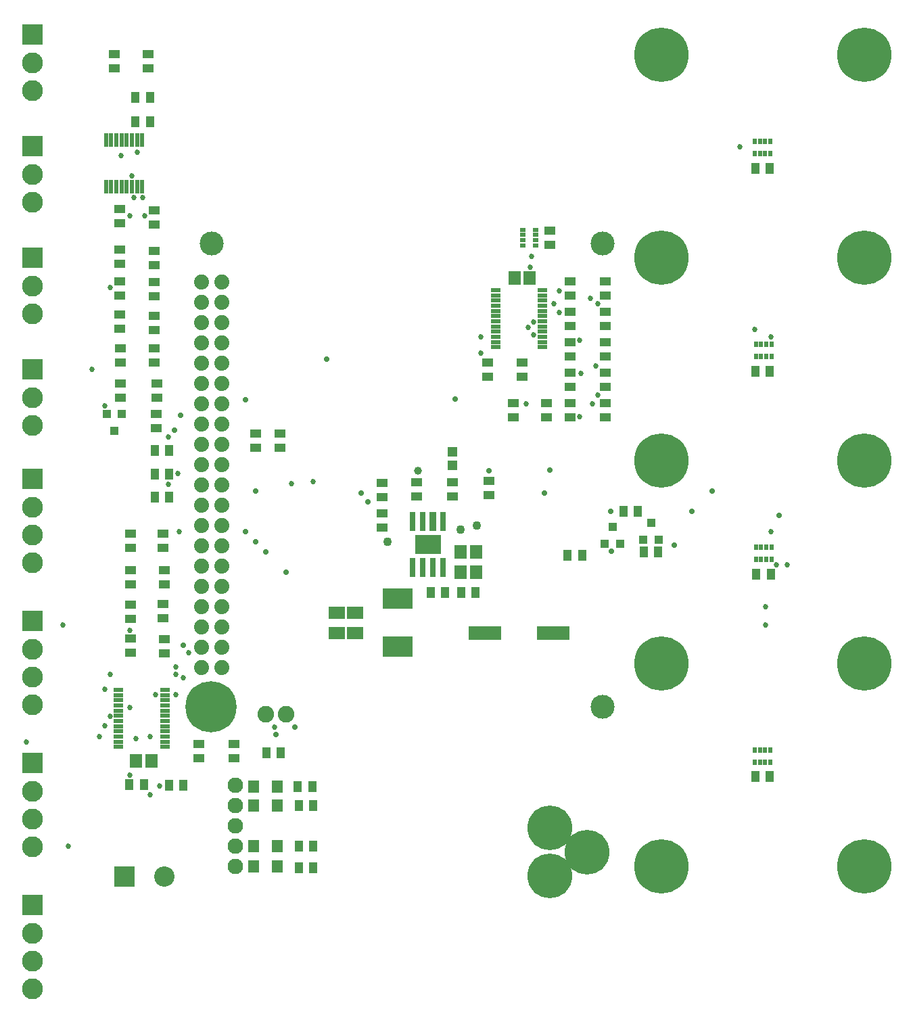
<source format=gts>
G04 EAGLE Gerber RS-274X export*
G75*
%MOMM*%
%FSLAX34Y34*%
%LPD*%
%INSoldermask Top*%
%IPPOS*%
%AMOC8*
5,1,8,0,0,1.08239X$1,22.5*%
G01*
%ADD10C,1.940563*%
%ADD11R,1.403200X1.003200*%
%ADD12R,1.403200X1.603200*%
%ADD13R,1.003200X1.403200*%
%ADD14C,5.598162*%
%ADD15R,1.193800X0.508000*%
%ADD16R,1.503200X1.703200*%
%ADD17R,2.616200X2.616200*%
%ADD18C,2.616200*%
%ADD19C,6.807200*%
%ADD20R,0.603200X1.803200*%
%ADD21R,1.003200X1.103200*%
%ADD22R,0.553200X0.703200*%
%ADD23R,0.703200X0.553200*%
%ADD24R,4.103200X1.803200*%
%ADD25C,1.879600*%
%ADD26C,3.003200*%
%ADD27C,6.400800*%
%ADD28C,2.082800*%
%ADD29R,2.543200X2.543200*%
%ADD30C,2.543200*%
%ADD31R,0.736600X2.402841*%
%ADD32R,0.812800X2.413000*%
%ADD33R,0.701041X2.402841*%
%ADD34R,3.200400X2.387600*%
%ADD35R,1.203200X1.303200*%
%ADD36R,3.703200X2.553200*%
%ADD37R,2.003200X1.603200*%
%ADD38C,0.685800*%
%ADD39C,0.705600*%
%ADD40C,1.005600*%
%ADD41C,1.105600*%


D10*
X-12700Y-457200D03*
X-12700Y-406400D03*
D11*
X43180Y16400D03*
X43180Y34400D03*
X12700Y16400D03*
X12700Y34400D03*
D10*
X-12700Y-482600D03*
D12*
X10400Y-407670D03*
X40400Y-407670D03*
D13*
X83930Y-407670D03*
X65930Y-407670D03*
X421750Y-118110D03*
X403750Y-118110D03*
D14*
X381000Y-459900D03*
X381000Y-519900D03*
X428000Y-489900D03*
D13*
X638700Y-394970D03*
X656700Y-394970D03*
X639970Y-142240D03*
X657970Y-142240D03*
X638700Y111760D03*
X656700Y111760D03*
X638700Y365760D03*
X656700Y365760D03*
D11*
X381000Y288400D03*
X381000Y270400D03*
D15*
X372078Y142050D03*
X372078Y148550D03*
X372078Y155050D03*
X372078Y161550D03*
X372078Y168050D03*
X372078Y174550D03*
X372078Y181050D03*
X372078Y187550D03*
X372078Y194050D03*
X372078Y200550D03*
X313722Y200550D03*
X313722Y194050D03*
X313722Y187550D03*
X313722Y181050D03*
X313722Y174550D03*
X313722Y168050D03*
X313722Y161550D03*
X313722Y155050D03*
X313722Y148550D03*
X313722Y142050D03*
X372078Y207050D03*
X313722Y207050D03*
X372078Y213550D03*
X313722Y213550D03*
D16*
X337210Y228600D03*
X356210Y228600D03*
D11*
X450850Y72500D03*
X450850Y54500D03*
X406400Y72500D03*
X406400Y54500D03*
X450850Y110600D03*
X450850Y92600D03*
X406400Y110600D03*
X406400Y92600D03*
X450850Y148700D03*
X450850Y130700D03*
X406400Y148700D03*
X406400Y130700D03*
X450850Y186800D03*
X450850Y168800D03*
X406400Y186800D03*
X406400Y168800D03*
X450850Y224900D03*
X450850Y206900D03*
X406400Y224900D03*
X406400Y206900D03*
X346710Y123300D03*
X346710Y105300D03*
X335280Y72500D03*
X335280Y54500D03*
X303530Y123300D03*
X303530Y105300D03*
X377190Y54500D03*
X377190Y72500D03*
D10*
X-12700Y-431800D03*
D17*
X-266700Y114300D03*
D18*
X-266700Y79300D03*
X-266700Y44300D03*
D17*
X-266700Y254000D03*
D18*
X-266700Y219000D03*
X-266700Y184000D03*
D17*
X-266700Y393700D03*
D18*
X-266700Y358700D03*
X-266700Y323700D03*
D17*
X-266700Y533400D03*
D18*
X-266700Y498400D03*
X-266700Y463400D03*
D19*
X520700Y-254000D03*
X774700Y-254000D03*
X520700Y254000D03*
X774700Y254000D03*
X520700Y0D03*
X774700Y0D03*
D17*
X-266470Y-200920D03*
D18*
X-266470Y-235920D03*
X-266470Y-270920D03*
X-266470Y-305920D03*
D15*
X-158718Y-286830D03*
X-158718Y-293330D03*
X-158718Y-299830D03*
X-158718Y-306330D03*
X-158718Y-312830D03*
X-158718Y-319330D03*
X-158718Y-325830D03*
X-158718Y-332330D03*
X-158718Y-338830D03*
X-158718Y-345330D03*
X-100362Y-345330D03*
X-100362Y-338830D03*
X-100362Y-332330D03*
X-100362Y-325830D03*
X-100362Y-319330D03*
X-100362Y-312830D03*
X-100362Y-306330D03*
X-100362Y-299830D03*
X-100362Y-293330D03*
X-100362Y-286830D03*
X-158718Y-351830D03*
X-100362Y-351830D03*
X-158718Y-358330D03*
X-100362Y-358330D03*
D16*
X-117500Y-375920D03*
X-136500Y-375920D03*
D11*
X-143510Y-155050D03*
X-143510Y-137050D03*
X-101600Y-155050D03*
X-101600Y-137050D03*
X-143510Y-240140D03*
X-143510Y-222140D03*
X-101600Y-241410D03*
X-101600Y-223410D03*
X-143510Y-198230D03*
X-143510Y-180230D03*
X-102870Y-196960D03*
X-102870Y-178960D03*
X-102870Y-109330D03*
X-102870Y-91330D03*
X-143510Y-109330D03*
X-143510Y-91330D03*
D13*
X-95360Y-406400D03*
X-77360Y-406400D03*
D11*
X-13970Y-372220D03*
X-13970Y-354220D03*
X-58420Y-372220D03*
X-58420Y-354220D03*
D13*
X-126890Y-405130D03*
X-144890Y-405130D03*
D17*
X-266470Y-556520D03*
D18*
X-266470Y-591520D03*
X-266470Y-626520D03*
X-266470Y-661520D03*
D17*
X-266470Y-378720D03*
D18*
X-266470Y-413720D03*
X-266470Y-448720D03*
X-266470Y-483720D03*
D17*
X-266470Y-23120D03*
D18*
X-266470Y-58120D03*
X-266470Y-93120D03*
X-266470Y-128120D03*
D20*
X-128880Y401880D03*
X-135380Y401880D03*
X-141880Y401880D03*
X-148380Y401880D03*
X-154880Y401880D03*
X-161380Y401880D03*
X-167880Y401880D03*
X-174380Y401880D03*
X-174380Y342880D03*
X-167880Y342880D03*
X-161380Y342880D03*
X-154880Y342880D03*
X-148380Y342880D03*
X-141880Y342880D03*
X-135380Y342880D03*
X-128880Y342880D03*
D21*
X-154330Y58260D03*
X-173330Y58260D03*
X-163830Y37260D03*
D11*
X-114300Y313800D03*
X-114300Y295800D03*
D13*
X-137270Y454660D03*
X-119270Y454660D03*
D11*
X-157480Y182990D03*
X-157480Y164990D03*
X-114300Y181720D03*
X-114300Y163720D03*
X-157480Y246270D03*
X-157480Y264270D03*
X-114300Y245000D03*
X-114300Y263000D03*
D13*
X-137270Y424180D03*
X-119270Y424180D03*
D11*
X-157480Y315070D03*
X-157480Y297070D03*
X-157480Y206900D03*
X-157480Y224900D03*
X-114300Y205630D03*
X-114300Y223630D03*
X-163830Y509380D03*
X-163830Y491380D03*
X-121920Y491380D03*
X-121920Y509380D03*
D13*
X-113140Y12700D03*
X-95140Y12700D03*
X-113140Y-16510D03*
X-95140Y-16510D03*
X-113140Y-45720D03*
X-95140Y-45720D03*
D22*
X637950Y-361860D03*
X644450Y-361860D03*
X650950Y-361860D03*
X657450Y-361860D03*
X657450Y-377360D03*
X650950Y-377360D03*
X644450Y-377360D03*
X637950Y-377360D03*
X639220Y-107860D03*
X645720Y-107860D03*
X652220Y-107860D03*
X658720Y-107860D03*
X658720Y-123360D03*
X652220Y-123360D03*
X645720Y-123360D03*
X639220Y-123360D03*
D23*
X347890Y269650D03*
X347890Y276150D03*
X347890Y282650D03*
X347890Y289150D03*
X363390Y289150D03*
X363390Y282650D03*
X363390Y276150D03*
X363390Y269650D03*
D22*
X639220Y146140D03*
X645720Y146140D03*
X652220Y146140D03*
X658720Y146140D03*
X658720Y130640D03*
X652220Y130640D03*
X645720Y130640D03*
X639220Y130640D03*
X637950Y400140D03*
X644450Y400140D03*
X650950Y400140D03*
X657450Y400140D03*
X657450Y384640D03*
X650950Y384640D03*
X644450Y384640D03*
X637950Y384640D03*
D19*
X774700Y-508000D03*
X520700Y508000D03*
D11*
X-111760Y58530D03*
X-111760Y40530D03*
D19*
X520700Y-508000D03*
X774700Y508000D03*
D10*
X-12700Y-508000D03*
D24*
X385400Y-215900D03*
X300400Y-215900D03*
D11*
X-114300Y123080D03*
X-114300Y141080D03*
X-110490Y78630D03*
X-110490Y96630D03*
X-156210Y123080D03*
X-156210Y141080D03*
X-156210Y78630D03*
X-156210Y96630D03*
D25*
X-29700Y-259200D03*
X-55100Y-259200D03*
X-29700Y-233800D03*
X-55100Y-233800D03*
X-29700Y-208400D03*
X-55100Y-208400D03*
X-29700Y-183000D03*
X-55100Y-183000D03*
X-29700Y-157600D03*
X-55100Y-157600D03*
X-29700Y-132200D03*
X-55100Y-132200D03*
X-29700Y-106800D03*
X-55100Y-106800D03*
X-29700Y-81400D03*
X-55100Y-81400D03*
X-29700Y-56000D03*
X-55100Y-56000D03*
X-29700Y-30600D03*
X-55100Y-30600D03*
X-29700Y-5200D03*
X-55100Y-5200D03*
X-29700Y20200D03*
X-55100Y20200D03*
X-29700Y45600D03*
X-55100Y45600D03*
X-29700Y71000D03*
X-55100Y71000D03*
X-29700Y96400D03*
X-55100Y96400D03*
X-29700Y121800D03*
X-55100Y121800D03*
X-29700Y147200D03*
X-55100Y147200D03*
X-29700Y172600D03*
X-55100Y172600D03*
X-29700Y198000D03*
X-55100Y198000D03*
X-29700Y223400D03*
X-55100Y223400D03*
D26*
X447600Y-307900D03*
X-42400Y272100D03*
X447600Y272100D03*
D27*
X-42418Y-308102D03*
D12*
X10400Y-508000D03*
X40400Y-508000D03*
D13*
X85200Y-509270D03*
X67200Y-509270D03*
D12*
X10400Y-431800D03*
X40400Y-431800D03*
D13*
X85200Y-431800D03*
X67200Y-431800D03*
D12*
X10400Y-482600D03*
X40400Y-482600D03*
D13*
X85200Y-482600D03*
X67200Y-482600D03*
X26560Y-365760D03*
X44560Y-365760D03*
D28*
X25400Y-317500D03*
X50800Y-317500D03*
D29*
X-151130Y-520700D03*
D30*
X-101130Y-520700D03*
D21*
X450240Y-103980D03*
X469240Y-103980D03*
X459740Y-82980D03*
X498500Y-98900D03*
X517500Y-98900D03*
X508000Y-77900D03*
D13*
X491600Y-63500D03*
X473600Y-63500D03*
X517000Y-114300D03*
X499000Y-114300D03*
D31*
X247650Y-76454D03*
D32*
X234950Y-76454D03*
D33*
X222250Y-76454D03*
X209550Y-76454D03*
X209550Y-133604D03*
X222250Y-133604D03*
X234950Y-133604D03*
X247650Y-133604D03*
D34*
X228600Y-104902D03*
D13*
X250300Y-165100D03*
X232300Y-165100D03*
D16*
X269900Y-114300D03*
X288900Y-114300D03*
X269900Y-139700D03*
X288900Y-139700D03*
D13*
X270400Y-165100D03*
X288400Y-165100D03*
D11*
X171450Y-45830D03*
X171450Y-27830D03*
X259080Y-44560D03*
X259080Y-26560D03*
X214630Y-44560D03*
X214630Y-26560D03*
X171450Y-83930D03*
X171450Y-65930D03*
D35*
X259080Y-5960D03*
X259080Y11040D03*
D11*
X304800Y-25290D03*
X304800Y-43290D03*
D36*
X190700Y-172950D03*
X190700Y-232950D03*
D37*
X137160Y-190500D03*
X137160Y-215900D03*
X114300Y-190500D03*
X114300Y-215900D03*
D38*
X-118872Y-345186D03*
X-118872Y-418338D03*
X-107442Y-406908D03*
X-125730Y306324D03*
X-144018Y306324D03*
X-82296Y-89154D03*
X-86868Y-258318D03*
X665226Y-130302D03*
X678942Y-130302D03*
X418338Y54864D03*
X434340Y70866D03*
X393192Y212598D03*
X354330Y166878D03*
X432054Y203454D03*
D39*
X537210Y-105730D03*
X558800Y-63500D03*
X584200Y-38100D03*
X668020Y-68580D03*
D38*
X358902Y256032D03*
X356616Y242316D03*
X619506Y393192D03*
X637794Y164592D03*
D40*
X215900Y-12700D03*
D41*
X177800Y-101600D03*
D39*
X217170Y-99060D03*
X217170Y-110490D03*
X228600Y-99060D03*
X240030Y-99060D03*
X240030Y-110490D03*
X228600Y-110490D03*
D41*
X269240Y-86360D03*
X289560Y-81280D03*
D38*
X-86868Y-292608D03*
X-77724Y-272034D03*
X-70866Y-240030D03*
X294894Y155448D03*
X58166Y-28448D03*
X-112014Y-292608D03*
X-86868Y-267462D03*
X294894Y134874D03*
X85344Y-25908D03*
D39*
X-77724Y-230886D03*
X12700Y-101600D03*
X25531Y-114431D03*
D38*
X-192024Y114300D03*
D39*
X381762Y-11430D03*
X304800Y-12700D03*
D38*
X-144018Y-308610D03*
X-144018Y-393192D03*
X352044Y70866D03*
X36576Y-333756D03*
D39*
X62484Y-333756D03*
D38*
X651510Y-205740D03*
X651510Y-182880D03*
X361188Y157734D03*
X441198Y82296D03*
X361188Y173736D03*
X438912Y118872D03*
X658368Y-89154D03*
X420624Y109728D03*
X658368Y155448D03*
X418338Y150876D03*
X393192Y185166D03*
X386334Y196596D03*
X441198Y196596D03*
D39*
X153169Y-51569D03*
X50800Y-139700D03*
D38*
X-169164Y-320040D03*
X-169164Y-267462D03*
X-176022Y-331470D03*
X-176022Y-285750D03*
X-137160Y-347472D03*
X-221742Y-482346D03*
X-144018Y-212598D03*
X-182880Y-345186D03*
X-228600Y-205740D03*
X-274320Y-352044D03*
X-176022Y68580D03*
X-134874Y386334D03*
X-155448Y381762D03*
X-169164Y217170D03*
X-96012Y29718D03*
X-128016Y329184D03*
X-84582Y-16002D03*
X-139446Y329184D03*
X-96012Y-29718D03*
X-141732Y356616D03*
D39*
X0Y-88900D03*
X12700Y-38100D03*
X144780Y-40640D03*
X458470Y-113030D03*
X0Y76200D03*
X-81280Y57150D03*
X457200Y-63500D03*
X374650Y-40640D03*
X262890Y77470D03*
X38100Y-342900D03*
X101600Y127000D03*
X-88900Y38100D03*
M02*

</source>
